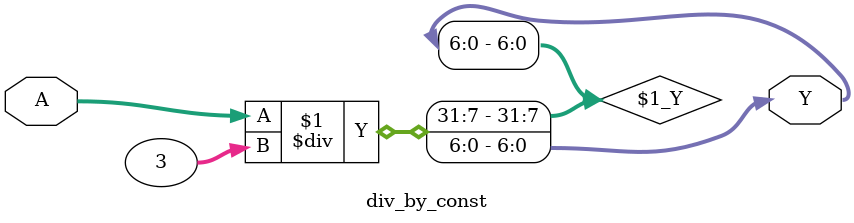
<source format=v>
module div_by_const (A, Y);
    
    parameter A_SIGNED = 0;
    parameter A_WIDTH = 4;
    parameter Y_WIDTH = 7;
    
    input [A_WIDTH-1:0] A;
    output [Y_WIDTH-1:0] Y;
    
    generate
        if (A_SIGNED) begin:BLOCK1
            assign Y = $signed(A) / 3;
        end else begin:BLOCK2
            assign Y = A / 3;
        end
    endgenerate
    
endmodule


</source>
